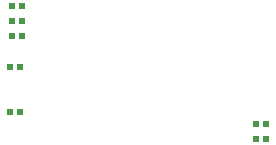
<source format=gbp>
G04*
G04 #@! TF.GenerationSoftware,Altium Limited,Altium Designer,21.5.1 (32)*
G04*
G04 Layer_Color=128*
%FSLAX25Y25*%
%MOIN*%
G70*
G04*
G04 #@! TF.SameCoordinates,57825C85-18FE-47E2-A138-B6FF28981A54*
G04*
G04*
G04 #@! TF.FilePolarity,Positive*
G04*
G01*
G75*
%ADD101R,0.01968X0.01968*%
D101*
X274561Y98130D02*
D03*
X271161D02*
D03*
X274660Y103051D02*
D03*
X271260D02*
D03*
X189048Y106988D02*
D03*
X192448D02*
D03*
X189048Y121850D02*
D03*
X192448D02*
D03*
X189737Y132283D02*
D03*
X193137D02*
D03*
X189737Y137402D02*
D03*
X193137D02*
D03*
Y142224D02*
D03*
X189737D02*
D03*
M02*

</source>
